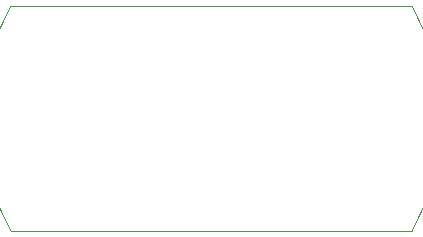
<source format=gm1>
G04 #@! TF.GenerationSoftware,KiCad,Pcbnew,no-vcs-found-d3b382c~59~ubuntu16.04.1*
G04 #@! TF.CreationDate,2017-07-28T01:41:28+01:00*
G04 #@! TF.ProjectId,m3top,6D33746F702E6B696361645F70636200,rev?*
G04 #@! TF.SameCoordinates,Original
G04 #@! TF.FileFunction,Profile,NP*
%FSLAX46Y46*%
G04 Gerber Fmt 4.6, Leading zero omitted, Abs format (unit mm)*
G04 Created by KiCad (PCBNEW no-vcs-found-d3b382c~59~ubuntu16.04.1) date Fri Jul 28 01:41:28 2017*
%MOMM*%
%LPD*%
G01*
G04 APERTURE LIST*
%ADD10C,0.100000*%
G04 APERTURE END LIST*
D10*
X117000000Y-109500000D02*
X117000000Y-109500000D01*
X83000000Y-109500000D02*
X117000000Y-109500000D01*
X83000000Y-90500000D02*
X83000000Y-90500000D01*
X117000000Y-90500000D02*
X83000000Y-90500000D01*
X116999999Y-90500000D02*
G75*
G02X116999999Y-109499999I-16999999J-9500000D01*
G01*
X83000001Y-109500000D02*
G75*
G02X83000001Y-90500001I16999999J9500000D01*
G01*
M02*

</source>
